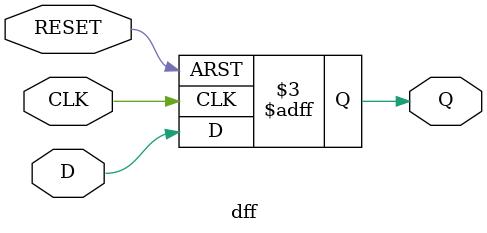
<source format=v>
module dff (
    input D,      // Data input
    input CLK,    // Clock input
    input RESET,  // Asynchronous reset, active high
    output reg Q  // Output
);
    // Your code goes here.  DO NOT change anything that is already given! Otherwise, you will not be able to pass the tests!
    always @(posedge CLK  or posedge RESET)
    begin
        if(RESET == 1'b1)
        Q <= 1'b0;
        else
        Q <= D;
    end

endmodule
</source>
